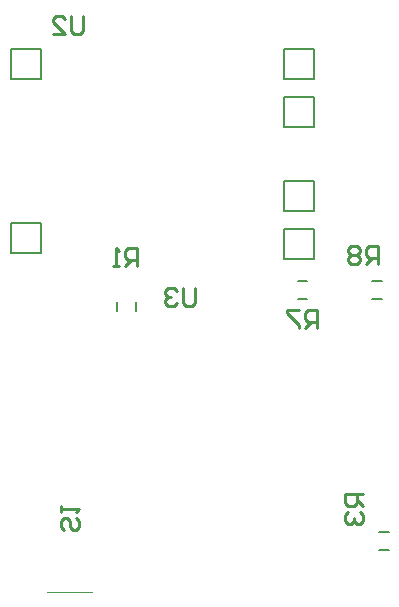
<source format=gbo>
G04*
G04 #@! TF.GenerationSoftware,Altium Limited,Altium Designer,22.0.2 (36)*
G04*
G04 Layer_Color=32896*
%FSLAX25Y25*%
%MOIN*%
G70*
G04*
G04 #@! TF.SameCoordinates,3FE311A2-DF91-43EC-BEA0-AB145DDAB98B*
G04*
G04*
G04 #@! TF.FilePolarity,Positive*
G04*
G01*
G75*
%ADD10C,0.01000*%
%ADD12C,0.00787*%
%ADD44C,0.00800*%
%ADD45C,0.00799*%
%ADD46C,0.00394*%
D10*
X233898Y237899D02*
Y232901D01*
X232899Y231901D01*
X230899D01*
X229900Y232901D01*
Y237899D01*
X223902Y231901D02*
X227900D01*
X223902Y235900D01*
Y236899D01*
X224901Y237899D01*
X226901D01*
X227900Y236899D01*
X231399Y70500D02*
X232399Y69500D01*
Y67501D01*
X231399Y66501D01*
X230400D01*
X229400Y67501D01*
Y69500D01*
X228400Y70500D01*
X227401D01*
X226401Y69500D01*
Y67501D01*
X227401Y66501D01*
X226401Y72499D02*
Y74499D01*
Y73499D01*
X232399D01*
X231399Y72499D01*
X271100Y147298D02*
Y142300D01*
X270100Y141300D01*
X268101D01*
X267101Y142300D01*
Y147298D01*
X265102Y146298D02*
X264102Y147298D01*
X262103D01*
X261103Y146298D01*
Y145299D01*
X262103Y144299D01*
X263103D01*
X262103D01*
X261103Y143299D01*
Y142300D01*
X262103Y141300D01*
X264102D01*
X265102Y142300D01*
X332100Y155100D02*
Y161098D01*
X329101D01*
X328101Y160098D01*
Y158099D01*
X329101Y157099D01*
X332100D01*
X330101D02*
X328101Y155100D01*
X326102Y160098D02*
X325102Y161098D01*
X323103D01*
X322103Y160098D01*
Y159099D01*
X323103Y158099D01*
X322103Y157099D01*
Y156100D01*
X323103Y155100D01*
X325102D01*
X326102Y156100D01*
Y157099D01*
X325102Y158099D01*
X326102Y159099D01*
Y160098D01*
X325102Y158099D02*
X323103D01*
X311999Y133910D02*
Y139908D01*
X308999D01*
X308000Y138909D01*
Y136909D01*
X308999Y135910D01*
X311999D01*
X309999D02*
X308000Y133910D01*
X306000Y139908D02*
X302002D01*
Y138909D01*
X306000Y134910D01*
Y133910D01*
X327177Y78690D02*
X321179D01*
Y75691D01*
X322179Y74691D01*
X324178D01*
X325178Y75691D01*
Y78690D01*
Y76690D02*
X327177Y74691D01*
X322179Y72692D02*
X321179Y71692D01*
Y69692D01*
X322179Y68693D01*
X323178D01*
X324178Y69692D01*
Y70692D01*
Y69692D01*
X325178Y68693D01*
X326177D01*
X327177Y69692D01*
Y71692D01*
X326177Y72692D01*
X251800Y154700D02*
Y160698D01*
X248801D01*
X247801Y159698D01*
Y157699D01*
X248801Y156699D01*
X251800D01*
X249801D02*
X247801Y154700D01*
X245802D02*
X243802D01*
X244802D01*
Y160698D01*
X245802Y159698D01*
D12*
X305425Y149567D02*
X308575D01*
X305425Y143465D02*
X308575D01*
X330251Y149567D02*
X333401D01*
X330251Y143465D02*
X333401D01*
X245350Y139429D02*
Y142579D01*
X251452Y139429D02*
Y142579D01*
X332631Y59941D02*
X335780D01*
X332631Y66043D02*
X335780D01*
D44*
X300800Y156800D02*
X310800D01*
Y164300D01*
X300800Y166800D02*
X310800D01*
X300800Y172800D02*
X310800D01*
Y180300D01*
X300800Y172800D02*
Y182800D01*
X310800D01*
X300800Y200800D02*
X310800D01*
Y208300D01*
X300800Y200800D02*
Y210800D01*
X310800D01*
X300800Y216800D02*
X310800D01*
Y224300D01*
X300800Y216800D02*
Y226800D01*
X310800D01*
X300800Y156800D02*
Y166800D01*
X219800Y158800D02*
Y166300D01*
Y216800D02*
Y224300D01*
X209800Y158800D02*
X219800D01*
X209800Y168800D02*
X219800D01*
X209800Y216800D02*
X219800D01*
X209800Y226800D02*
X219800D01*
X209800Y158800D02*
Y168800D01*
Y216800D02*
Y226800D01*
D45*
X310800Y164300D02*
Y166800D01*
Y180300D02*
Y182800D01*
Y208300D02*
Y210800D01*
Y224300D02*
Y226800D01*
X219800Y224300D02*
Y226800D01*
Y166300D02*
Y168800D01*
D46*
X221920Y45920D02*
X236880D01*
M02*

</source>
